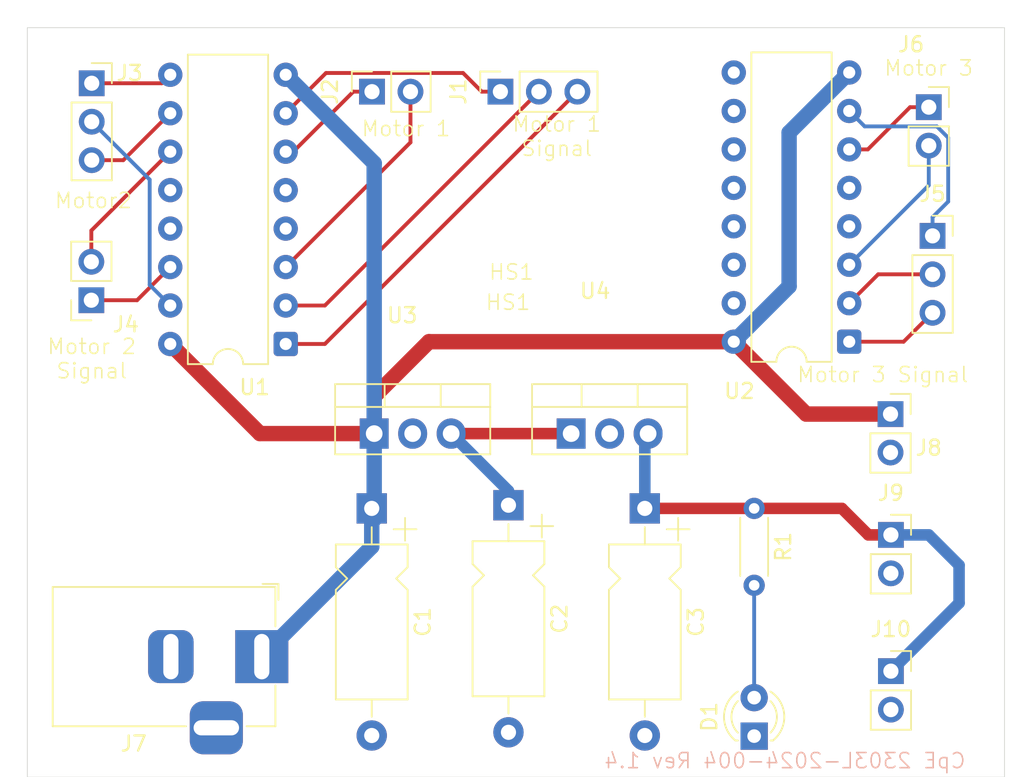
<source format=kicad_pcb>
(kicad_pcb (version 20241229) (generator "pcbnew") (generator_version "9.0")
  (title_block (title "CpE 2303L Practical Activity 3 #1") (date "2025-07-09") (rev "1.3") (company "Chrys Sean T. Sevilla"))
  (layers (0 "F.Cu" signal) (2 "B.Cu" signal) (13 "F.Paste" user) (15 "B.Paste" user) (5 "F.SilkS" user "F.Silkscreen") (7 "B.SilkS" user "B.Silkscreen") (1 "F.Mask" user) (3 "B.Mask" user) (25 "Edge.Cuts" user))
  (net 0 "")
  (net 1 "GND")
  (net 2 "+5V")
  (net 3 "/Motor Driver/11.1V")
  (net 4 "/Motor Driver/PWM1")
  (net 5 "/Motor Driver/BDIRECTION1")
  (net 6 "/Motor Driver/FDIRECTION1")
  (net 7 "/Motor Driver/MOTOR1B")
  (net 8 "/Motor Driver/MOTOR1A")
  (net 9 "/Motor Driver/BDIRECTION2")
  (net 10 "/Motor Driver/FDIRECTION2")
  (net 11 "/Motor Driver/PWM2")
  (net 12 "/Motor Driver/MOTOR2B")
  (net 13 "/Motor Driver/MOTOR2A")
  (net 14 "/Motor Driver/BDIRECTION3")
  (net 15 "/Motor Driver/PWM3")
  (net 16 "/Motor Driver/FDIRECTION3")
  (net 17 "/Motor Driver/MOTOR3B")
  (net 18 "/Motor Driver/MOTOR3A")
  (net 24 "/Power Supply/7809 Output")
  (net 25 "/Power Supply/LED")
  (footprint "Connector_PinSocket_2.54mm:PinSocket_1x03_P2.54mm_Vertical" (layer "F.Cu") (at 104.5 79.42)
    (property "Reference" "J3" (at 2.5 -0.67 0) (layer "F.SilkS"))
    (property "Value" "MOTOR2 SIGNAL")
    (fp_line (start -1.33 1.27) (end -1.33 6.41) (stroke (width 0.12)) (layer "F.SilkS"))
    (fp_line (start -1.33 1.27) (end 1.33 1.27) (stroke (width 0.12)) (layer "F.SilkS"))
    (fp_line (start -1.33 6.41) (end 1.33 6.41) (stroke (width 0.12)) (layer "F.SilkS"))
    (fp_line (start 0 -1.33) (end 1.33 -1.33) (stroke (width 0.12)) (layer "F.SilkS"))
    (fp_line (start 1.33 -1.33) (end 1.33 0) (stroke (width 0.12)) (layer "F.SilkS"))
    (fp_line (start 1.33 1.27) (end 1.33 6.41) (stroke (width 0.12)) (layer "F.SilkS"))
    (pad "1" thru_hole rect (at 0 0) (size 1.7 1.7) (drill 1) (layers "*.Cu" "*.Mask") (net 11 "/Motor Driver/PWM2"))
    (pad "2" thru_hole circle (at 0 2.54) (size 1.7 1.7) (drill 1) (layers "*.Cu" "*.Mask") (net 10 "/Motor Driver/FDIRECTION2"))
    (pad "3" thru_hole circle (at 0 5.08) (size 1.7 1.7) (drill 1) (layers "*.Cu" "*.Mask") (net 9 "/Motor Driver/BDIRECTION2"))
  )
  (footprint "Connector_BarrelJack:BarrelJack_Horizontal" (layer "F.Cu") (at 115.725 117.29)
    (property "Reference" "J7" (at -8.45 5.75 0) (layer "F.SilkS"))
    (property "Value" "Barrel_Jack_Switch")
    (fp_line (start -13.8 -4.6) (end 0.9 -4.6) (stroke (width 0.12)) (layer "F.SilkS"))
    (fp_line (start -13.8 4.6) (end -13.8 -4.6) (stroke (width 0.12)) (layer "F.SilkS"))
    (fp_line (start -5 4.6) (end -13.8 4.6) (stroke (width 0.12)) (layer "F.SilkS"))
    (fp_line (start 0.05 -4.8) (end 1.1 -4.8) (stroke (width 0.12)) (layer "F.SilkS"))
    (fp_line (start 0.9 -4.6) (end 0.9 -2) (stroke (width 0.12)) (layer "F.SilkS"))
    (fp_line (start 0.9 1.9) (end 0.9 4.6) (stroke (width 0.12)) (layer "F.SilkS"))
    (fp_line (start 0.9 4.6) (end -1 4.6) (stroke (width 0.12)) (layer "F.SilkS"))
    (fp_line (start 1.1 -3.75) (end 1.1 -4.8) (stroke (width 0.12)) (layer "F.SilkS"))
    (pad "1" thru_hole rect (at 0 0) (size 3.5 3.5) (drill oval 1 3) (layers "*.Cu" "*.Mask") (net 3 "/Motor Driver/11.1V"))
    (pad "2" thru_hole roundrect (at -6 0) (size 3 3.5) (drill oval 1 3) (layers "*.Cu" "*.Mask") (net 1 "GND"))
    (pad "3" thru_hole roundrect (at -3 4.7) (size 3.5 3.5) (drill oval 3 1) (layers "*.Cu" "*.Mask") (net 1 "GND"))
  )
  (footprint "Resistor_THT:R_Axial_DIN0204_L3.6mm_D1.6mm_P5.08mm_Horizontal" (layer "F.Cu") (at 148.225 107.5 -90)
    (property "Reference" "R1" (at 2.54 -1.92 90) (layer "F.SilkS"))
    (property "Value" "180")
    (fp_line (start 0.62 0.92) (end 4.46 0.92) (stroke (width 0.12)) (layer "F.SilkS"))
    (fp_line (start 0.62 -0.92) (end 4.46 -0.92) (stroke (width 0.12)) (layer "F.SilkS"))
    (pad "1" thru_hole circle (at 0 0 270) (size 1.4 1.4) (drill 0.7) (layers "*.Cu" "*.Mask") (net 2 "+5V"))
    (pad "2" thru_hole oval (at 5.08 0 270) (size 1.4 1.4) (drill 0.7) (layers "*.Cu" "*.Mask") (net 25 "/Power Supply/LED"))
  )
  (footprint "Capacitor_THT:CP_Axial_L10.0mm_D4.5mm_P15.00mm_Horizontal" (layer "F.Cu") (at 122.9825 107.5 -90)
    (property "Reference" "C1" (at 7.5 -3.37 90) (layer "F.SilkS"))
    (property "Value" "470uF")
    (fp_line (start 2.38 2.37) (end 3.88 2.37) (stroke (width 0.12)) (layer "F.SilkS"))
    (fp_line (start 3.88 2.37) (end 4.63 1.62) (stroke (width 0.12)) (layer "F.SilkS"))
    (fp_line (start 5.38 2.37) (end 12.62 2.37) (stroke (width 0.12)) (layer "F.SilkS"))
    (fp_line (start 4.63 1.62) (end 5.38 2.37) (stroke (width 0.12)) (layer "F.SilkS"))
    (fp_line (start 1.24 0) (end 2.38 0) (stroke (width 0.12)) (layer "F.SilkS"))
    (fp_line (start 13.76 0) (end 12.62 0) (stroke (width 0.12)) (layer "F.SilkS"))
    (fp_line (start 4.63 -1.62) (end 5.38 -2.37) (stroke (width 0.12)) (layer "F.SilkS"))
    (fp_line (start 0.63 -2.2) (end 2.13 -2.2) (stroke (width 0.12)) (layer "F.SilkS"))
    (fp_line (start 2.38 -2.37) (end 2.38 2.37) (stroke (width 0.12)) (layer "F.SilkS"))
    (fp_line (start 2.38 -2.37) (end 3.88 -2.37) (stroke (width 0.12)) (layer "F.SilkS"))
    (fp_line (start 3.88 -2.37) (end 4.63 -1.62) (stroke (width 0.12)) (layer "F.SilkS"))
    (fp_line (start 5.38 -2.37) (end 12.62 -2.37) (stroke (width 0.12)) (layer "F.SilkS"))
    (fp_line (start 12.62 -2.37) (end 12.62 2.37) (stroke (width 0.12)) (layer "F.SilkS"))
    (fp_line (start 1.38 -2.95) (end 1.38 -1.45) (stroke (width 0.12)) (layer "F.SilkS"))
    (pad "1" thru_hole rect (at 0 0 270) (size 2 2) (drill 1) (layers "*.Cu" "*.Mask") (net 3 "/Motor Driver/11.1V"))
    (pad "2" thru_hole circle (at 15 0 270) (size 2 2) (drill 1) (layers "*.Cu" "*.Mask") (net 1 "GND"))
  )
  (footprint "Connector_PinSocket_2.54mm:PinSocket_1x02_P2.54mm_Vertical" (layer "F.Cu") (at 157.25 109.25)
    (property "Reference" "J9" (at 0 -2.77 0) (layer "F.SilkS"))
    (property "Value" "5V OUTPUT")
    (fp_line (start -1.33 1.27) (end -1.33 3.87) (stroke (width 0.12)) (layer "F.SilkS"))
    (fp_line (start -1.33 1.27) (end 1.33 1.27) (stroke (width 0.12)) (layer "F.SilkS"))
    (fp_line (start -1.33 3.87) (end 1.33 3.87) (stroke (width 0.12)) (layer "F.SilkS"))
    (fp_line (start 0 -1.33) (end 1.33 -1.33) (stroke (width 0.12)) (layer "F.SilkS"))
    (fp_line (start 1.33 -1.33) (end 1.33 0) (stroke (width 0.12)) (layer "F.SilkS"))
    (fp_line (start 1.33 1.27) (end 1.33 3.87) (stroke (width 0.12)) (layer "F.SilkS"))
    (pad "1" thru_hole rect (at 0 0) (size 1.7 1.7) (drill 1) (layers "*.Cu" "*.Mask") (net 2 "+5V"))
    (pad "2" thru_hole circle (at 0 2.54) (size 1.7 1.7) (drill 1) (layers "*.Cu" "*.Mask") (net 1 "GND"))
  )
  (footprint "Connector_PinSocket_2.54mm:PinSocket_1x03_P2.54mm_Vertical" (layer "F.Cu") (at 160 89.5)
    (property "Reference" "J5" (at 0 -2.77 0) (layer "F.SilkS"))
    (property "Value" "MOTOR3 SIGNAL")
    (fp_line (start -1.33 1.27) (end -1.33 6.41) (stroke (width 0.12)) (layer "F.SilkS"))
    (fp_line (start -1.33 1.27) (end 1.33 1.27) (stroke (width 0.12)) (layer "F.SilkS"))
    (fp_line (start -1.33 6.41) (end 1.33 6.41) (stroke (width 0.12)) (layer "F.SilkS"))
    (fp_line (start 0 -1.33) (end 1.33 -1.33) (stroke (width 0.12)) (layer "F.SilkS"))
    (fp_line (start 1.33 -1.33) (end 1.33 0) (stroke (width 0.12)) (layer "F.SilkS"))
    (fp_line (start 1.33 1.27) (end 1.33 6.41) (stroke (width 0.12)) (layer "F.SilkS"))
    (pad "1" thru_hole rect (at 0 0) (size 1.7 1.7) (drill 1) (layers "*.Cu" "*.Mask") (net 14 "/Motor Driver/BDIRECTION3"))
    (pad "2" thru_hole circle (at 0 2.54) (size 1.7 1.7) (drill 1) (layers "*.Cu" "*.Mask") (net 16 "/Motor Driver/FDIRECTION3"))
    (pad "3" thru_hole circle (at 0 5.08) (size 1.7 1.7) (drill 1) (layers "*.Cu" "*.Mask") (net 15 "/Motor Driver/PWM3"))
  )
  (footprint "Connector_PinSocket_2.54mm:PinSocket_1x02_P2.54mm_Vertical" (layer "F.Cu") (at 123 79.975 90)
    (property "Reference" "J2" (at 0 -2.77 90) (layer "F.SilkS"))
    (property "Value" "MOTOR1")
    (fp_line (start 1.33 -1.33) (end 1.33 0) (stroke (width 0.12)) (layer "F.SilkS"))
    (fp_line (start 0 -1.33) (end 1.33 -1.33) (stroke (width 0.12)) (layer "F.SilkS"))
    (fp_line (start 1.33 1.27) (end 1.33 3.87) (stroke (width 0.12)) (layer "F.SilkS"))
    (fp_line (start -1.33 1.27) (end 1.33 1.27) (stroke (width 0.12)) (layer "F.SilkS"))
    (fp_line (start -1.33 1.27) (end -1.33 3.87) (stroke (width 0.12)) (layer "F.SilkS"))
    (fp_line (start -1.33 3.87) (end 1.33 3.87) (stroke (width 0.12)) (layer "F.SilkS"))
    (pad "1" thru_hole rect (at 0 0 90) (size 1.7 1.7) (drill 1) (layers "*.Cu" "*.Mask") (net 7 "/Motor Driver/MOTOR1B"))
    (pad "2" thru_hole circle (at 0 2.54 90) (size 1.7 1.7) (drill 1) (layers "*.Cu" "*.Mask") (net 8 "/Motor Driver/MOTOR1A"))
  )
  (footprint "Capacitor_THT:CP_Axial_L10.0mm_D4.5mm_P15.00mm_Horizontal" (layer "F.Cu") (at 132.0075 107.29 -90)
    (property "Reference" "C2" (at 7.5 -3.37 90) (layer "F.SilkS"))
    (property "Value" "0.1uF")
    (fp_line (start 2.38 2.37) (end 3.88 2.37) (stroke (width 0.12)) (layer "F.SilkS"))
    (fp_line (start 3.88 2.37) (end 4.63 1.62) (stroke (width 0.12)) (layer "F.SilkS"))
    (fp_line (start 5.38 2.37) (end 12.62 2.37) (stroke (width 0.12)) (layer "F.SilkS"))
    (fp_line (start 4.63 1.62) (end 5.38 2.37) (stroke (width 0.12)) (layer "F.SilkS"))
    (fp_line (start 1.24 0) (end 2.38 0) (stroke (width 0.12)) (layer "F.SilkS"))
    (fp_line (start 13.76 0) (end 12.62 0) (stroke (width 0.12)) (layer "F.SilkS"))
    (fp_line (start 4.63 -1.62) (end 5.38 -2.37) (stroke (width 0.12)) (layer "F.SilkS"))
    (fp_line (start 0.63 -2.2) (end 2.13 -2.2) (stroke (width 0.12)) (layer "F.SilkS"))
    (fp_line (start 2.38 -2.37) (end 2.38 2.37) (stroke (width 0.12)) (layer "F.SilkS"))
    (fp_line (start 2.38 -2.37) (end 3.88 -2.37) (stroke (width 0.12)) (layer "F.SilkS"))
    (fp_line (start 3.88 -2.37) (end 4.63 -1.62) (stroke (width 0.12)) (layer "F.SilkS"))
    (fp_line (start 5.38 -2.37) (end 12.62 -2.37) (stroke (width 0.12)) (layer "F.SilkS"))
    (fp_line (start 12.62 -2.37) (end 12.62 2.37) (stroke (width 0.12)) (layer "F.SilkS"))
    (fp_line (start 1.38 -2.95) (end 1.38 -1.45) (stroke (width 0.12)) (layer "F.SilkS"))
    (pad "1" thru_hole rect (at 0 0 270) (size 2 2) (drill 1) (layers "*.Cu" "*.Mask") (net 24 "/Power Supply/7809 Output"))
    (pad "2" thru_hole circle (at 15 0 270) (size 2 2) (drill 1) (layers "*.Cu" "*.Mask") (net 1 "GND"))
  )
  (footprint "Package_DIP:DIP-16_W7.62mm" (layer "F.Cu") (at 154.5 96.49 180)
    (property "Reference" "U2" (at 7.25 -3.26 0) (layer "F.SilkS"))
    (property "Value" "L293D")
    (fp_line (start 6.46 19.11) (end 6.46 -1.33) (stroke (width 0.12)) (layer "F.SilkS"))
    (fp_line (start 6.46 -1.33) (end 4.81 -1.33) (stroke (width 0.12)) (layer "F.SilkS"))
    (fp_line (start 2.81 -1.33) (end 1.16 -1.33) (stroke (width 0.12)) (layer "F.SilkS"))
    (fp_line (start 1.16 19.11) (end 6.46 19.11) (stroke (width 0.12)) (layer "F.SilkS"))
    (fp_line (start 1.16 -1.33) (end 1.16 19.11) (stroke (width 0.12)) (layer "F.SilkS"))
    (fp_arc (start 4.81 -1.33) (mid 3.81 -0.33) (end 2.81 -1.33) (stroke (width 0.12)) (layer "F.SilkS"))
    (pad "1" thru_hole roundrect (at 0 0 180) (size 1.6 1.6) (drill 0.8) (layers "*.Cu" "*.Mask") (roundrect_rratio 0.15625) (net 15 "/Motor Driver/PWM3"))
    (pad "2" thru_hole circle (at 0 2.54 180) (size 1.6 1.6) (drill 0.8) (layers "*.Cu" "*.Mask") (net 16 "/Motor Driver/FDIRECTION3"))
    (pad "3" thru_hole circle (at 0 5.08 180) (size 1.6 1.6) (drill 0.8) (layers "*.Cu" "*.Mask") (net 18 "/Motor Driver/MOTOR3A"))
    (pad "4" thru_hole circle (at 0 7.62 180) (size 1.6 1.6) (drill 0.8) (layers "*.Cu" "*.Mask") (net 1 "GND"))
    (pad "5" thru_hole circle (at 0 10.16 180) (size 1.6 1.6) (drill 0.8) (layers "*.Cu" "*.Mask") (net 1 "GND"))
    (pad "6" thru_hole circle (at 0 12.7 180) (size 1.6 1.6) (drill 0.8) (layers "*.Cu" "*.Mask") (net 17 "/Motor Driver/MOTOR3B"))
    (pad "7" thru_hole circle (at 0 15.24 180) (size 1.6 1.6) (drill 0.8) (layers "*.Cu" "*.Mask") (net 14 "/Motor Driver/BDIRECTION3"))
    (pad "8" thru_hole circle (at 0 17.78 180) (size 1.6 1.6) (drill 0.8) (layers "*.Cu" "*.Mask") (net 3 "/Motor Driver/11.1V"))
    (pad "9" thru_hole circle (at 7.62 17.78 180) (size 1.6 1.6) (drill 0.8) (layers "*.Cu" "*.Mask"))
    (pad "10" thru_hole circle (at 7.62 15.24 180) (size 1.6 1.6) (drill 0.8) (layers "*.Cu" "*.Mask"))
    (pad "11" thru_hole circle (at 7.62 12.7 180) (size 1.6 1.6) (drill 0.8) (layers "*.Cu" "*.Mask"))
    (pad "12" thru_hole circle (at 7.62 10.16 180) (size 1.6 1.6) (drill 0.8) (layers "*.Cu" "*.Mask") (net 1 "GND"))
    (pad "13" thru_hole circle (at 7.62 7.62 180) (size 1.6 1.6) (drill 0.8) (layers "*.Cu" "*.Mask") (net 1 "GND"))
    (pad "14" thru_hole circle (at 7.62 5.08 180) (size 1.6 1.6) (drill 0.8) (layers "*.Cu" "*.Mask"))
    (pad "15" thru_hole circle (at 7.62 2.54 180) (size 1.6 1.6) (drill 0.8) (layers "*.Cu" "*.Mask"))
    (pad "16" thru_hole circle (at 7.62 0 180) (size 1.6 1.6) (drill 0.8) (layers "*.Cu" "*.Mask") (net 3 "/Motor Driver/11.1V"))
  )
  (footprint "Package_TO_SOT_THT:TO-220-3_Vertical" (layer "F.Cu") (at 136.145 102.56)
    (property "Reference" "U4" (at 1.58 -9.42 0) (layer "F.SilkS"))
    (property "Value" "LM7805_TO220")
    (fp_line (start -2.58 -3.27) (end -2.58 1.371) (stroke (width 0.12)) (layer "F.SilkS"))
    (fp_line (start -2.58 -3.27) (end 7.66 -3.27) (stroke (width 0.12)) (layer "F.SilkS"))
    (fp_line (start -2.58 -1.76) (end 7.66 -1.76) (stroke (width 0.12)) (layer "F.SilkS"))
    (fp_line (start -2.58 1.371) (end 7.66 1.371) (stroke (width 0.12)) (layer "F.SilkS"))
    (fp_line (start 0.69 -3.27) (end 0.69 -1.76) (stroke (width 0.12)) (layer "F.SilkS"))
    (fp_line (start 4.391 -3.27) (end 4.391 -1.76) (stroke (width 0.12)) (layer "F.SilkS"))
    (fp_line (start 7.66 -3.27) (end 7.66 1.371) (stroke (width 0.12)) (layer "F.SilkS"))
    (pad "1" thru_hole rect (at 0 0) (size 1.905 2) (drill 1.1) (layers "*.Cu" "*.Mask") (net 24 "/Power Supply/7809 Output"))
    (pad "2" thru_hole oval (at 2.54 0) (size 1.905 2) (drill 1.1) (layers "*.Cu" "*.Mask") (net 1 "GND"))
    (pad "3" thru_hole oval (at 5.08 0) (size 1.905 2) (drill 1.1) (layers "*.Cu" "*.Mask") (net 2 "+5V"))
  )
  (footprint "Connector_PinSocket_2.54mm:PinSocket_1x02_P2.54mm_Vertical" (layer "F.Cu") (at 159.75 81)
    (property "Reference" "J6" (at -1.16135 -4.14665 0) (layer "F.SilkS"))
    (property "Value" "MOTOR3")
    (fp_line (start -1.33 1.27) (end -1.33 3.87) (stroke (width 0.12)) (layer "F.SilkS"))
    (fp_line (start -1.33 1.27) (end 1.33 1.27) (stroke (width 0.12)) (layer "F.SilkS"))
    (fp_line (start -1.33 3.87) (end 1.33 3.87) (stroke (width 0.12)) (layer "F.SilkS"))
    (fp_line (start 0 -1.33) (end 1.33 -1.33) (stroke (width 0.12)) (layer "F.SilkS"))
    (fp_line (start 1.33 -1.33) (end 1.33 0) (stroke (width 0.12)) (layer "F.SilkS"))
    (fp_line (start 1.33 1.27) (end 1.33 3.87) (stroke (width 0.12)) (layer "F.SilkS"))
    (pad "1" thru_hole rect (at 0 0) (size 1.7 1.7) (drill 1) (layers "*.Cu" "*.Mask") (net 17 "/Motor Driver/MOTOR3B"))
    (pad "2" thru_hole circle (at 0 2.54) (size 1.7 1.7) (drill 1) (layers "*.Cu" "*.Mask") (net 18 "/Motor Driver/MOTOR3A"))
  )
  (footprint "Connector_PinSocket_2.54mm:PinSocket_1x02_P2.54mm_Vertical" (layer "F.Cu") (at 157.225 101.27)
    (property "Reference" "J8" (at 2.525 2.23 0) (layer "F.SilkS"))
    (property "Value" "11.1 V OUTPUT")
    (fp_line (start -1.33 1.27) (end -1.33 3.87) (stroke (width 0.12)) (layer "F.SilkS"))
    (fp_line (start -1.33 1.27) (end 1.33 1.27) (stroke (width 0.12)) (layer "F.SilkS"))
    (fp_line (start -1.33 3.87) (end 1.33 3.87) (stroke (width 0.12)) (layer "F.SilkS"))
    (fp_line (start 0 -1.33) (end 1.33 -1.33) (stroke (width 0.12)) (layer "F.SilkS"))
    (fp_line (start 1.33 -1.33) (end 1.33 0) (stroke (width 0.12)) (layer "F.SilkS"))
    (fp_line (start 1.33 1.27) (end 1.33 3.87) (stroke (width 0.12)) (layer "F.SilkS"))
    (pad "1" thru_hole rect (at 0 0) (size 1.7 1.7) (drill 1) (layers "*.Cu" "*.Mask") (net 3 "/Motor Driver/11.1V"))
    (pad "2" thru_hole circle (at 0 2.54) (size 1.7 1.7) (drill 1) (layers "*.Cu" "*.Mask") (net 1 "GND"))
  )
  (footprint "MyLibrary:HEATSINKUSV" (layer "F.Cu") (at 118.991 106.31)
    (property "Reference" "HS1" (at 13.208 -14.42 0) (layer "F.SilkS") (effects (font (thickness 0.1))))
    (property "Value" "HEATSINKUSV")
    (fp_text user "${REFERENCE}" (at 12.9915 -12.42 0) (layer "F.SilkS") (effects (font (thickness 0.1))))
  )
  (footprint "Package_TO_SOT_THT:TO-220-3_Vertical" (layer "F.Cu") (at 123.145 102.56)
    (property "Reference" "U3" (at 1.84865 -7.80665 0) (layer "F.SilkS"))
    (property "Value" "LM7809_TO220")
    (fp_line (start -2.58 -3.27) (end -2.58 1.371) (stroke (width 0.12)) (layer "F.SilkS"))
    (fp_line (start -2.58 -3.27) (end 7.66 -3.27) (stroke (width 0.12)) (layer "F.SilkS"))
    (fp_line (start -2.58 -1.76) (end 7.66 -1.76) (stroke (width 0.12)) (layer "F.SilkS"))
    (fp_line (start -2.58 1.371) (end 7.66 1.371) (stroke (width 0.12)) (layer "F.SilkS"))
    (fp_line (start 0.69 -3.27) (end 0.69 -1.76) (stroke (width 0.12)) (layer "F.SilkS"))
    (fp_line (start 4.391 -3.27) (end 4.391 -1.76) (stroke (width 0.12)) (layer "F.SilkS"))
    (fp_line (start 7.66 -3.27) (end 7.66 1.371) (stroke (width 0.12)) (layer "F.SilkS"))
    (pad "1" thru_hole rect (at 0 0) (size 1.905 2) (drill 1.1) (layers "*.Cu" "*.Mask") (net 3 "/Motor Driver/11.1V"))
    (pad "2" thru_hole oval (at 2.54 0) (size 1.905 2) (drill 1.1) (layers "*.Cu" "*.Mask") (net 1 "GND"))
    (pad "3" thru_hole oval (at 5.08 0) (size 1.905 2) (drill 1.1) (layers "*.Cu" "*.Mask") (net 24 "/Power Supply/7809 Output"))
  )
  (footprint "Connector_PinSocket_2.54mm:PinSocket_1x03_P2.54mm_Vertical" (layer "F.Cu") (at 131.475 79.975 90)
    (property "Reference" "J1" (at 0 -2.77 90) (layer "F.SilkS"))
    (property "Value" "MOTOR1 SIGNAL")
    (fp_line (start 1.33 -1.33) (end 1.33 0) (stroke (width 0.12)) (layer "F.SilkS"))
    (fp_line (start 0 -1.33) (end 1.33 -1.33) (stroke (width 0.12)) (layer "F.SilkS"))
    (fp_line (start 1.33 1.27) (end 1.33 6.41) (stroke (width 0.12)) (layer "F.SilkS"))
    (fp_line (start -1.33 1.27) (end 1.33 1.27) (stroke (width 0.12)) (layer "F.SilkS"))
    (fp_line (start -1.33 1.27) (end -1.33 6.41) (stroke (width 0.12)) (layer "F.SilkS"))
    (fp_line (start -1.33 6.41) (end 1.33 6.41) (stroke (width 0.12)) (layer "F.SilkS"))
    (pad "1" thru_hole rect (at 0 0 90) (size 1.7 1.7) (drill 1) (layers "*.Cu" "*.Mask") (net 5 "/Motor Driver/BDIRECTION1"))
    (pad "2" thru_hole circle (at 0 2.54 90) (size 1.7 1.7) (drill 1) (layers "*.Cu" "*.Mask") (net 6 "/Motor Driver/FDIRECTION1"))
    (pad "3" thru_hole circle (at 0 5.08 90) (size 1.7 1.7) (drill 1) (layers "*.Cu" "*.Mask") (net 4 "/Motor Driver/PWM1"))
  )
  (footprint "Capacitor_THT:CP_Axial_L10.0mm_D4.5mm_P15.00mm_Horizontal" (layer "F.Cu") (at 141.0075 107.5 -90)
    (property "Reference" "C3" (at 7.5 -3.37 90) (layer "F.SilkS"))
    (property "Value" "0.1uF")
    (fp_line (start 2.38 2.37) (end 3.88 2.37) (stroke (width 0.12)) (layer "F.SilkS"))
    (fp_line (start 3.88 2.37) (end 4.63 1.62) (stroke (width 0.12)) (layer "F.SilkS"))
    (fp_line (start 5.38 2.37) (end 12.62 2.37) (stroke (width 0.12)) (layer "F.SilkS"))
    (fp_line (start 4.63 1.62) (end 5.38 2.37) (stroke (width 0.12)) (layer "F.SilkS"))
    (fp_line (start 1.24 0) (end 2.38 0) (stroke (width 0.12)) (layer "F.SilkS"))
    (fp_line (start 13.76 0) (end 12.62 0) (stroke (width 0.12)) (layer "F.SilkS"))
    (fp_line (start 4.63 -1.62) (end 5.38 -2.37) (stroke (width 0.12)) (layer "F.SilkS"))
    (fp_line (start 0.63 -2.2) (end 2.13 -2.2) (stroke (width 0.12)) (layer "F.SilkS"))
    (fp_line (start 2.38 -2.37) (end 2.38 2.37) (stroke (width 0.12)) (layer "F.SilkS"))
    (fp_line (start 2.38 -2.37) (end 3.88 -2.37) (stroke (width 0.12)) (layer "F.SilkS"))
    (fp_line (start 3.88 -2.37) (end 4.63 -1.62) (stroke (width 0.12)) (layer "F.SilkS"))
    (fp_line (start 5.38 -2.37) (end 12.62 -2.37) (stroke (width 0.12)) (layer "F.SilkS"))
    (fp_line (start 12.62 -2.37) (end 12.62 2.37) (stroke (width 0.12)) (layer "F.SilkS"))
    (fp_line (start 1.38 -2.95) (end 1.38 -1.45) (stroke (width 0.12)) (layer "F.SilkS"))
    (pad "1" thru_hole rect (at 0 0 270) (size 2 2) (drill 1) (layers "*.Cu" "*.Mask") (net 2 "+5V"))
    (pad "2" thru_hole circle (at 15 0 270) (size 2 2) (drill 1) (layers "*.Cu" "*.Mask") (net 1 "GND"))
  )
  (footprint "Connector_PinSocket_2.54mm:PinSocket_1x02_P2.54mm_Vertical" (layer "F.Cu") (at 157.25 118.25)
    (property "Reference" "J10" (at 0 -2.77 0) (layer "F.SilkS"))
    (property "Value" "5V OUTPUT")
    (fp_line (start -1.33 1.27) (end -1.33 3.87) (stroke (width 0.12)) (layer "F.SilkS"))
    (fp_line (start -1.33 1.27) (end 1.33 1.27) (stroke (width 0.12)) (layer "F.SilkS"))
    (fp_line (start -1.33 3.87) (end 1.33 3.87) (stroke (width 0.12)) (layer "F.SilkS"))
    (fp_line (start 0 -1.33) (end 1.33 -1.33) (stroke (width 0.12)) (layer "F.SilkS"))
    (fp_line (start 1.33 -1.33) (end 1.33 0) (stroke (width 0.12)) (layer "F.SilkS"))
    (fp_line (start 1.33 1.27) (end 1.33 3.87) (stroke (width 0.12)) (layer "F.SilkS"))
    (pad "1" thru_hole rect (at 0 0) (size 1.7 1.7) (drill 1) (layers "*.Cu" "*.Mask") (net 2 "+5V"))
    (pad "2" thru_hole circle (at 0 2.54) (size 1.7 1.7) (drill 1) (layers "*.Cu" "*.Mask") (net 1 "GND"))
  )
  (footprint "Package_DIP:DIP-16_W7.62mm" (layer "F.Cu") (at 117.305 96.64 180)
    (property "Reference" "U1" (at 2.055 -2.86 0) (layer "F.SilkS"))
    (property "Value" "L293D")
    (fp_line (start 6.46 19.11) (end 6.46 -1.33) (stroke (width 0.12)) (layer "F.SilkS"))
    (fp_line (start 6.46 -1.33) (end 4.81 -1.33) (stroke (width 0.12)) (layer "F.SilkS"))
    (fp_line (start 2.81 -1.33) (end 1.16 -1.33) (stroke (width 0.12)) (layer "F.SilkS"))
    (fp_line (start 1.16 19.11) (end 6.46 19.11) (stroke (width 0.12)) (layer "F.SilkS"))
    (fp_line (start 1.16 -1.33) (end 1.16 19.11) (stroke (width 0.12)) (layer "F.SilkS"))
    (fp_arc (start 4.81 -1.33) (mid 3.81 -0.33) (end 2.81 -1.33) (stroke (width 0.12)) (layer "F.SilkS"))
    (pad "1" thru_hole roundrect (at 0 0 180) (size 1.6 1.6) (drill 0.8) (layers "*.Cu" "*.Mask") (roundrect_rratio 0.15625) (net 4 "/Motor Driver/PWM1"))
    (pad "2" thru_hole circle (at 0 2.54 180) (size 1.6 1.6) (drill 0.8) (layers "*.Cu" "*.Mask") (net 6 "/Motor Driver/FDIRECTION1"))
    (pad "3" thru_hole circle (at 0 5.08 180) (size 1.6 1.6) (drill 0.8) (layers "*.Cu" "*.Mask") (net 8 "/Motor Driver/MOTOR1A"))
    (pad "4" thru_hole circle (at 0 7.62 180) (size 1.6 1.6) (drill 0.8) (layers "*.Cu" "*.Mask") (net 1 "GND"))
    (pad "5" thru_hole circle (at 0 10.16 180) (size 1.6 1.6) (drill 0.8) (layers "*.Cu" "*.Mask") (net 1 "GND"))
    (pad "6" thru_hole circle (at 0 12.7 180) (size 1.6 1.6) (drill 0.8) (layers "*.Cu" "*.Mask") (net 7 "/Motor Driver/MOTOR1B"))
    (pad "7" thru_hole circle (at 0 15.24 180) (size 1.6 1.6) (drill 0.8) (layers "*.Cu" "*.Mask") (net 5 "/Motor Driver/BDIRECTION1"))
    (pad "8" thru_hole circle (at 0 17.78 180) (size 1.6 1.6) (drill 0.8) (layers "*.Cu" "*.Mask") (net 3 "/Motor Driver/11.1V"))
    (pad "9" thru_hole circle (at 7.62 17.78 180) (size 1.6 1.6) (drill 0.8) (layers "*.Cu" "*.Mask") (net 11 "/Motor Driver/PWM2"))
    (pad "10" thru_hole circle (at 7.62 15.24 180) (size 1.6 1.6) (drill 0.8) (layers "*.Cu" "*.Mask") (net 9 "/Motor Driver/BDIRECTION2"))
    (pad "11" thru_hole circle (at 7.62 12.7 180) (size 1.6 1.6) (drill 0.8) (layers "*.Cu" "*.Mask") (net 12 "/Motor Driver/MOTOR2B"))
    (pad "12" thru_hole circle (at 7.62 10.16 180) (size 1.6 1.6) (drill 0.8) (layers "*.Cu" "*.Mask") (net 1 "GND"))
    (pad "13" thru_hole circle (at 7.62 7.62 180) (size 1.6 1.6) (drill 0.8) (layers "*.Cu" "*.Mask") (net 1 "GND"))
    (pad "14" thru_hole circle (at 7.62 5.08 180) (size 1.6 1.6) (drill 0.8) (layers "*.Cu" "*.Mask") (net 13 "/Motor Driver/MOTOR2A"))
    (pad "15" thru_hole circle (at 7.62 2.54 180) (size 1.6 1.6) (drill 0.8) (layers "*.Cu" "*.Mask") (net 10 "/Motor Driver/FDIRECTION2"))
    (pad "16" thru_hole circle (at 7.62 0 180) (size 1.6 1.6) (drill 0.8) (layers "*.Cu" "*.Mask") (net 3 "/Motor Driver/11.1V"))
  )
  (footprint "Connector_PinSocket_2.54mm:PinSocket_1x02_P2.54mm_Vertical" (layer "F.Cu") (at 104.475 93.75 180)
    (property "Reference" "J4" (at -2.275 -1.60335 0) (layer "F.SilkS"))
    (property "Value" "MOTOR2")
    (fp_line (start 1.33 1.27) (end 1.33 3.87) (stroke (width 0.12)) (layer "F.SilkS"))
    (fp_line (start 1.33 -1.33) (end 1.33 0) (stroke (width 0.12)) (layer "F.SilkS"))
    (fp_line (start 0 -1.33) (end 1.33 -1.33) (stroke (width 0.12)) (layer "F.SilkS"))
    (fp_line (start -1.33 3.87) (end 1.33 3.87) (stroke (width 0.12)) (layer "F.SilkS"))
    (fp_line (start -1.33 1.27) (end 1.33 1.27) (stroke (width 0.12)) (layer "F.SilkS"))
    (fp_line (start -1.33 1.27) (end -1.33 3.87) (stroke (width 0.12)) (layer "F.SilkS"))
    (pad "1" thru_hole rect (at 0 0 180) (size 1.7 1.7) (drill 1) (layers "*.Cu" "*.Mask") (net 13 "/Motor Driver/MOTOR2A"))
    (pad "2" thru_hole circle (at 0 2.54 180) (size 1.7 1.7) (drill 1) (layers "*.Cu" "*.Mask") (net 12 "/Motor Driver/MOTOR2B"))
  )
  (footprint "LED_THT:LED_D3.0mm" (layer "F.Cu") (at 148.225 122.54 90)
    (property "Reference" "D1" (at 1.27 -2.96 90) (layer "F.SilkS"))
    (property "Value" "LED")
    (fp_line (start -0.29 -1.236) (end -0.29 -1.08) (stroke (width 0.12)) (layer "F.SilkS"))
    (fp_line (start -0.29 1.08) (end -0.29 1.236) (stroke (width 0.12)) (layer "F.SilkS"))
    (fp_arc (start -0.29 -1.235516) (mid 1.365624 -1.987701) (end 2.941397 -1.080061) (stroke (width 0.12)) (layer "F.SilkS"))
    (fp_arc (start 0.229039 -1.08) (mid 1.269964 -1.5) (end 2.31091 -1.080049) (stroke (width 0.12)) (layer "F.SilkS"))
    (fp_arc (start 2.31091 1.080049) (mid 1.269964 1.5) (end 0.229039 1.08) (stroke (width 0.12)) (layer "F.SilkS"))
    (fp_arc (start 2.941397 1.080061) (mid 1.365624 1.987701) (end -0.29 1.235516) (stroke (width 0.12)) (layer "F.SilkS"))
    (pad "1" thru_hole rect (at 0 0 90) (size 1.8 1.8) (drill 0.9) (layers "*.Cu" "*.Mask") (net 1 "GND"))
    (pad "2" thru_hole circle (at 2.54 0 90) (size 1.8 1.8) (drill 0.9) (layers "*.Cu" "*.Mask") (net 25 "/Power Supply/LED"))
  )
  (gr_rect (start 100.25 75.75) (end 164.75 125.25) (stroke (width 0.05)) (fill no) (layer "Edge.Cuts"))
  (gr_text "Motor 2\nSignal" (at 104.5 99 0) (layer "F.SilkS") (effects (font (size 1 1) (thickness 0.1)) (justify bottom)))
  (gr_text "Motor2" (at 102 87.75 0) (layer "F.SilkS") (effects (font (size 1 1) (thickness 0.1)) (justify left bottom)))
  (gr_text "Motor 1\nSignal" (at 135.195 84.31 0) (layer "F.SilkS") (effects (font (size 1 1) (thickness 0.1)) (justify bottom)))
  (gr_text "Motor 3" (at 156.75 79 0) (layer "F.SilkS") (effects (font (size 1 1) (thickness 0.1)) (justify left bottom)))
  (gr_text "Motor 1" (at 122.25 83 0) (layer "F.SilkS") (effects (font (size 1 1) (thickness 0.1)) (justify left bottom)))
  (gr_text "Motor 3 Signal\n" (at 151 99.25 0) (layer "F.SilkS") (effects (font (size 1 1) (thickness 0.1)) (justify left bottom)))
  (gr_text "CpE 2303L-2024-004 Rev 1.4\n" (at 162.25 124.75 0) (layer "B.SilkS") (effects (font (size 1 1) (thickness 0.1)) (justify left bottom mirror)))
  (segment (start 157.25 109.25) (end 155.7633 109.25) (width 0.762) (layer "F.Cu") (net 2))
  (segment (start 141.0075 107.5) (end 148.225 107.5) (width 0.762) (layer "F.Cu") (net 2))
  (segment (start 148.225 107.5) (end 154.0133 107.5) (width 0.762) (layer "F.Cu") (net 2))
  (segment (start 154.0133 107.5) (end 155.7633 109.25) (width 0.762) (layer "F.Cu") (net 2))
  (segment (start 159.75 109.25) (end 161.75 111.25) (width 0.762) (layer "B.Cu") (net 2))
  (segment (start 141.0075 102.7775) (end 141.225 102.56) (width 0.762) (layer "B.Cu") (net 2))
  (segment (start 141.0075 107.5) (end 141.0075 102.7775) (width 0.762) (layer "B.Cu") (net 2))
  (segment (start 157.25 109.25) (end 159.75 109.25) (width 0.762) (layer "B.Cu") (net 2))
  (segment (start 161.75 113.75) (end 157.25 118.25) (width 0.762) (layer "B.Cu") (net 2))
  (segment (start 161.75 111.25) (end 161.75 113.75) (width 0.762) (layer "B.Cu") (net 2))
  (segment (start 123.145 100.105) (end 126.76 96.49) (width 1.016) (layer "F.Cu") (net 3))
  (segment (start 146.88 96.49) (end 151.66 101.27) (width 1.016) (layer "F.Cu") (net 3))
  (segment (start 123.145 102.56) (end 115.605 102.56) (width 1.016) (layer "F.Cu") (net 3))
  (segment (start 123.145 102.56) (end 123.145 100.105) (width 1.016) (layer "F.Cu") (net 3))
  (segment (start 115.605 102.56) (end 109.685 96.64) (width 1.016) (layer "F.Cu") (net 3))
  (segment (start 151.66 101.27) (end 157.225 101.27) (width 1.016) (layer "F.Cu") (net 3))
  (segment (start 126.76 96.49) (end 146.88 96.49) (width 1.016) (layer "F.Cu") (net 3))
  (segment (start 122.9825 107.5) (end 122.9825 108.3818) (width 1.016) (layer "B.Cu") (net 3))
  (segment (start 115.725 117.29) (end 122.9825 110.0325) (width 1.016) (layer "B.Cu") (net 3))
  (segment (start 117.305 78.86) (end 123.145 84.7) (width 1.016) (layer "B.Cu") (net 3))
  (segment (start 123.145 108.2193) (end 123.145 102.56) (width 1.016) (layer "B.Cu") (net 3))
  (segment (start 122.9825 110.0325) (end 122.9825 107.5) (width 1.016) (layer "B.Cu") (net 3))
  (segment (start 123.145 84.7) (end 123.145 102.56) (width 1.016) (layer "B.Cu") (net 3))
  (segment (start 154.5 78.71) (end 150.5314 82.6786) (width 1.016) (layer "B.Cu") (net 3))
  (segment (start 150.5314 92.8386) (end 146.88 96.49) (width 1.016) (layer "B.Cu") (net 3))
  (segment (start 150.5314 82.6786) (end 150.5314 92.8386) (width 1.016) (layer "B.Cu") (net 3))
  (segment (start 122.9825 108.3818) (end 123.145 108.2193) (width 1.016) (layer "B.Cu") (net 3))
  (segment (start 119.89 96.64) (end 136.555 79.975) (width 0.254) (layer "F.Cu") (net 4))
  (segment (start 117.305 96.64) (end 119.89 96.64) (width 0.254) (layer "F.Cu") (net 4))
  (segment (start 131.475 79.975) (end 130.2423 79.975) (width 0.254) (layer "F.Cu") (net 5))
  (segment (start 119.9627 78.7423) (end 129.0096 78.7423) (width 0.254) (layer "F.Cu") (net 5))
  (segment (start 117.305 81.4) (end 119.9627 78.7423) (width 0.254) (layer "F.Cu") (net 5))
  (segment (start 129.0096 78.7423) (end 130.2423 79.975) (width 0.254) (layer "F.Cu") (net 5))
  (segment (start 117.305 94.1) (end 119.89 94.1) (width 0.254) (layer "F.Cu") (net 6))
  (segment (start 119.89 94.1) (end 134.015 79.975) (width 0.254) (layer "F.Cu") (net 6))
  (segment (start 117.8023 83.94) (end 121.7673 79.975) (width 0.254) (layer "F.Cu") (net 7))
  (segment (start 123 79.975) (end 121.7673 79.975) (width 0.254) (layer "F.Cu") (net 7))
  (segment (start 117.305 83.94) (end 117.8023 83.94) (width 0.254) (layer "F.Cu") (net 7))
  (segment (start 125.54 83.325) (end 117.305 91.56) (width 0.254) (layer "F.Cu") (net 8))
  (segment (start 125.54 79.975) (end 125.54 83.325) (width 0.254) (layer "F.Cu") (net 8))
  (segment (start 109.685 81.4) (end 106.585 84.5) (width 0.254) (layer "F.Cu") (net 9))
  (segment (start 106.585 84.5) (end 104.5 84.5) (width 0.254) (layer "F.Cu") (net 9))
  (segment (start 108.3262 92.7412) (end 109.685 94.1) (width 0.254) (layer "B.Cu") (net 10))
  (segment (start 108.3262 85.7862) (end 108.3262 92.7412) (width 0.254) (layer "B.Cu") (net 10))
  (segment (start 104.5 81.96) (end 108.3262 85.7862) (width 0.254) (layer "B.Cu") (net 10))
  (segment (start 109.125 79.42) (end 109.685 78.86) (width 0.254) (layer "F.Cu") (net 11))
  (segment (start 104.5 79.42) (end 109.125 79.42) (width 0.254) (layer "F.Cu") (net 11))
  (segment (start 104.475 89.15) (end 109.685 83.94) (width 0.254) (layer "F.Cu") (net 12))
  (segment (start 104.475 91.21) (end 104.475 89.15) (width 0.254) (layer "F.Cu") (net 12))
  (segment (start 107.495 93.75) (end 109.685 91.56) (width 0.254) (layer "F.Cu") (net 13))
  (segment (start 104.475 93.75) (end 107.495 93.75) (width 0.254) (layer "F.Cu") (net 13))
  (segment (start 155.5199 82.2699) (end 160.2843 82.2699) (width 0.254) (layer "B.Cu") (net 14))
  (segment (start 161.0321 83.0177) (end 161.0321 87.2352) (width 0.254) (layer "B.Cu") (net 14))
  (segment (start 154.5 81.25) (end 155.5199 82.2699) (width 0.254) (layer "B.Cu") (net 14))
  (segment (start 160.2843 82.2699) (end 161.0321 83.0177) (width 0.254) (layer "B.Cu") (net 14))
  (segment (start 161.0321 87.2352) (end 160 88.2673) (width 0.254) (layer "B.Cu") (net 14))
  (segment (start 160 89.5) (end 160 88.2673) (width 0.254) (layer "B.Cu") (net 14))
  (segment (start 154.5 96.49) (end 158.09 96.49) (width 0.254) (layer "F.Cu") (net 15))
  (segment (start 158.09 96.49) (end 160 94.58) (width 0.254) (layer "F.Cu") (net 15))
  (segment (start 160 92.04) (end 156.41 92.04) (width 0.254) (layer "F.Cu") (net 16))
  (segment (start 156.41 92.04) (end 154.5 93.95) (width 0.254) (layer "F.Cu") (net 16))
  (segment (start 159.75 81) (end 158.5173 81) (width 0.254) (layer "F.Cu") (net 17))
  (segment (start 158.5173 81) (end 155.7273 83.79) (width 0.254) (layer "F.Cu") (net 17))
  (segment (start 155.7273 83.79) (end 154.5 83.79) (width 0.254) (layer "F.Cu") (net 17))
  (segment (start 159.75 83.54) (end 159.75 86.16) (width 0.254) (layer "B.Cu") (net 18))
  (segment (start 159.75 86.16) (end 154.5 91.41) (width 0.254) (layer "B.Cu") (net 18))
  (segment (start 128.225 102.56) (end 136.145 102.56) (width 0.762) (layer "F.Cu") (net 24))
  (segment (start 132.0075 106.3425) (end 128.225 102.56) (width 0.762) (layer "B.Cu") (net 24))
  (segment (start 132.0075 107.29) (end 132.0075 106.3425) (width 0.762) (layer "B.Cu") (net 24))
  (segment (start 148.225 112.58) (end 148.225 120) (width 0.254) (layer "B.Cu") (net 25))
)
</source>
